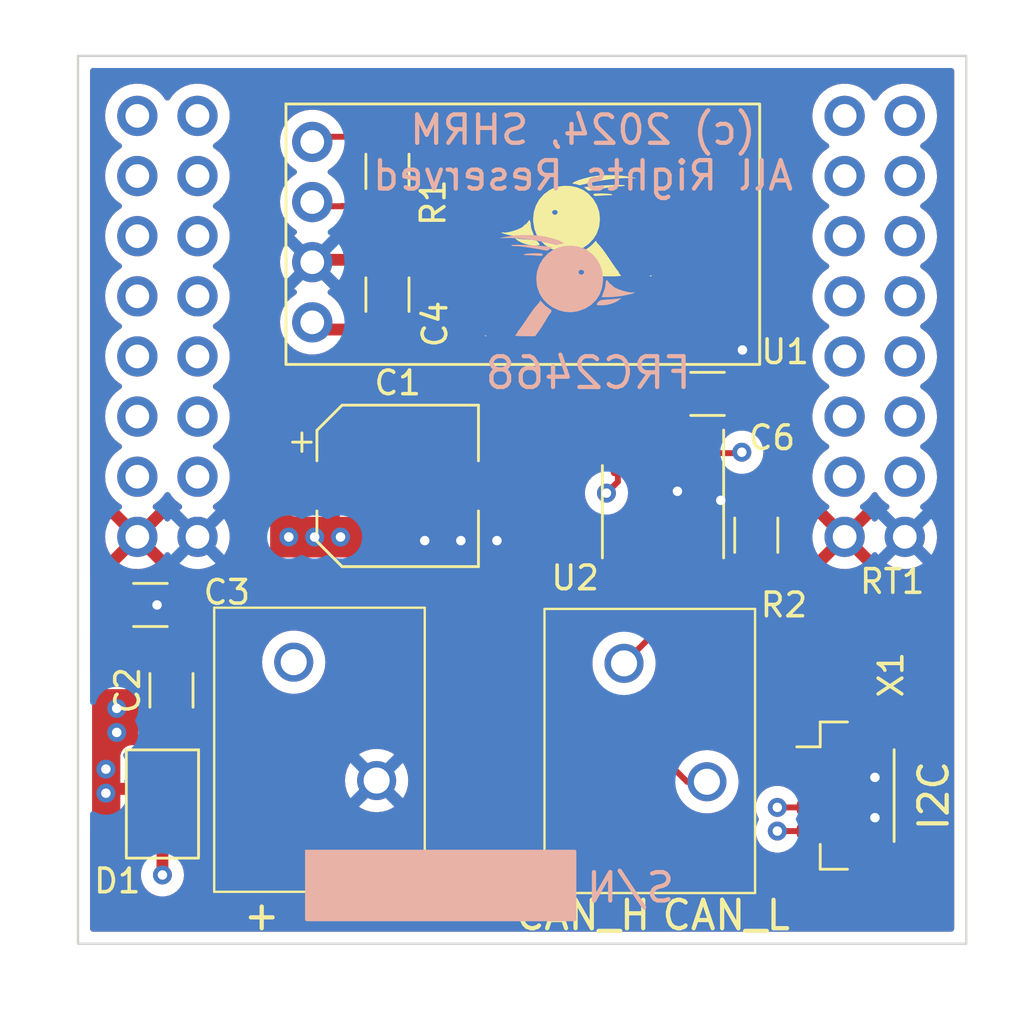
<source format=kicad_pcb>
(kicad_pcb (version 20211014) (generator pcbnew)
  (layers (0 "F.Cu" signal) (1 "In1.Cu" signal) (2 "In2.Cu" signal) (31 "B.Cu" signal) (34 "B.Paste" user) (35 "F.Paste" user) (36 "B.SilkS" user "B.Silkscreen") (37 "F.SilkS" user "F.Silkscreen") (38 "B.Mask" user) (39 "F.Mask" user) (44 "Edge.Cuts" user))
  (net 0 "")
  (net 1 "GND")
  (net 2 "+3.3V")
  (net 3 "/CAN_H")
  (net 4 "/CAN_L")
  (net 5 "Net-(R1-Pad2)")
  (net 6 "Net-(R2-Pad1)")
  (net 8 "/CAN_TX")
  (net 10 "/CAN_RX")
  (net 11 "/SCL")
  (net 12 "/SDA")
  (net 29 "+5V")
  (net 36 "+12V")
  (net 37 "+BATT")
  (footprint "Package_SO:SOIC-8_3.9x4.9mm_P1.27mm" (layer "F.Cu") (at 147.4978 98.933 -90)
    (fp_text reference "U2" (at 2.794 3.7084 180) (layer "F.SilkS"))
    (fp_text value "SN65HVD230" hide)
    (fp_line (start 0 2.56) (end -1.95 2.56) (layer "F.SilkS") (width 0.12))
    (fp_line (start 0 -2.56) (end 1.95 -2.56) (layer "F.SilkS") (width 0.12))
    (fp_line (start 0 -2.56) (end -3.45 -2.56) (layer "F.SilkS") (width 0.12))
    (fp_line (start 0 2.56) (end 1.95 2.56) (layer "F.SilkS") (width 0.12))
    (pad "1" smd roundrect (at -2.475 -1.905 270) (size 1.95 0.6) (layers "F.Cu" "F.Paste" "F.Mask") (net 8 "/CAN_TX"))
    (pad "2" smd roundrect (at -2.475 -0.635 270) (size 1.95 0.6) (layers "F.Cu" "F.Paste" "F.Mask") (net 1 "GND"))
    (pad "3" smd roundrect (at -2.475 0.635 270) (size 1.95 0.6) (layers "F.Cu" "F.Paste" "F.Mask") (net 2 "+3.3V"))
    (pad "4" smd roundrect (at -2.475 1.905 270) (size 1.95 0.6) (layers "F.Cu" "F.Paste" "F.Mask") (net 10 "/CAN_RX"))
    (pad "5" smd roundrect (at 2.475 1.905 270) (size 1.95 0.6) (layers "F.Cu" "F.Paste" "F.Mask"))
    (pad "6" smd roundrect (at 2.475 0.635 270) (size 1.95 0.6) (layers "F.Cu" "F.Paste" "F.Mask") (net 4 "/CAN_L"))
    (pad "7" smd roundrect (at 2.475 -0.635 270) (size 1.95 0.6) (layers "F.Cu" "F.Paste" "F.Mask") (net 3 "/CAN_H"))
    (pad "8" smd roundrect (at 2.475 -1.905 270) (size 1.95 0.6) (layers "F.Cu" "F.Paste" "F.Mask") (net 6 "Net-(R2-Pad1)"))
  )
  (footprint "Resistor_SMD:R_1206_3216Metric" (layer "F.Cu") (at 135.8646 84.5566 90)
    (fp_text reference "R1" (at -1.3208 1.9304 90) (layer "F.SilkS"))
    (fp_text value "5K" hide)
    (fp_line (start -0.727064 -0.91) (end 0.727064 -0.91) (layer "F.SilkS") (width 0.12))
    (fp_line (start -0.727064 0.91) (end 0.727064 0.91) (layer "F.SilkS") (width 0.12))
    (pad "1" smd roundrect (at -1.4625 0 90) (size 1.125 1.75) (layers "F.Cu" "F.Paste" "F.Mask") (roundrect_rratio 0.2222222222) (net 36 "+12V"))
    (pad "2" smd roundrect (at 1.4625 0 90) (size 1.125 1.75) (layers "F.Cu" "F.Paste" "F.Mask") (roundrect_rratio 0.2222222222) (net 5 "Net-(R1-Pad2)"))
  )
  (footprint "Capacitor_SMD:C_1206_3216Metric" (layer "F.Cu") (at 135.8646 89.7618 90)
    (fp_text reference "C4" (at -1.2464 2.0066 90) (layer "F.SilkS"))
    (fp_text value "10u" hide)
    (fp_line (start -0.711252 -0.91) (end 0.711252 -0.91) (layer "F.SilkS") (width 0.12))
    (fp_line (start -0.711252 0.91) (end 0.711252 0.91) (layer "F.SilkS") (width 0.12))
    (pad "1" smd roundrect (at -1.475 0 90) (size 1.15 1.8) (layers "F.Cu" "F.Paste" "F.Mask") (roundrect_rratio 0.2173913043) (net 29 "+5V"))
    (pad "2" smd roundrect (at 1.475 0 90) (size 1.15 1.8) (layers "F.Cu" "F.Paste" "F.Mask") (roundrect_rratio 0.2173913043) (net 1 "GND"))
  )
  (footprint "Capacitor_SMD:C_1206_3216Metric" (layer "F.Cu") (at 125.857 102.87)
    (fp_text reference "C3" (at 3.2258 -0.5334) (layer "F.SilkS"))
    (fp_text value "10u" hide)
    (fp_line (start -0.711252 -0.91) (end 0.711252 -0.91) (layer "F.SilkS") (width 0.12))
    (fp_line (start -0.711252 0.91) (end 0.711252 0.91) (layer "F.SilkS") (width 0.12))
    (pad "1" smd roundrect (at -1.475 0) (size 1.15 1.8) (layers "F.Cu" "F.Paste" "F.Mask") (roundrect_rratio 0.2173913043) (net 2 "+3.3V"))
    (pad "2" smd roundrect (at 1.475 0) (size 1.15 1.8) (layers "F.Cu" "F.Paste" "F.Mask") (roundrect_rratio 0.2173913043) (net 1 "GND"))
  )
  (footprint "Resistor_SMD:R_1206_3216Metric" (layer "F.Cu") (at 151.4348 99.9236 90)
    (fp_text reference "R2" (at -2.9464 1.1684 180) (layer "F.SilkS"))
    (fp_text value "10K" hide)
    (fp_line (start -0.727064 -0.91) (end 0.727064 -0.91) (layer "F.SilkS") (width 0.12))
    (fp_line (start -0.727064 0.91) (end 0.727064 0.91) (layer "F.SilkS") (width 0.12))
    (pad "1" smd roundrect (at -1.4625 0 90) (size 1.125 1.75) (layers "F.Cu" "F.Paste" "F.Mask") (roundrect_rratio 0.2222222222) (net 6 "Net-(R2-Pad1)"))
    (pad "2" smd roundrect (at 1.4625 0 90) (size 1.125 1.75) (layers "F.Cu" "F.Paste" "F.Mask") (roundrect_rratio 0.2222222222) (net 1 "GND"))
  )
  (footprint "Capacitor_SMD:C_1206_3216Metric" (layer "F.Cu") (at 126.746 106.4768 90)
    (fp_text reference "C2" (at 0 -1.85 90) (layer "F.SilkS"))
    (fp_text value "10u" hide)
    (fp_line (start -0.711252 -0.91) (end 0.711252 -0.91) (layer "F.SilkS") (width 0.12))
    (fp_line (start -0.711252 0.91) (end 0.711252 0.91) (layer "F.SilkS") (width 0.12))
    (pad "1" smd roundrect (at -1.475 0 90) (size 1.15 1.8) (layers "F.Cu" "F.Paste" "F.Mask") (roundrect_rratio 0.2173913043) (net 36 "+12V"))
    (pad "2" smd roundrect (at 1.475 0 90) (size 1.15 1.8) (layers "F.Cu" "F.Paste" "F.Mask") (roundrect_rratio 0.2173913043) (net 1 "GND"))
  )
  (footprint "Appreciate:RT1062" (layer "F.Cu") (at 141.5048 91.1028)
    (fp_text reference "RT1" (at 15.6704 10.7766 unlocked) (layer "F.SilkS"))
    (fp_text value "OPENMV_RT1602" hide)
    (pad "A1" thru_hole circle (at -16.2 -8.89) (size 1.7 1.7) (drill 1) (layers *.Cu *.Mask))
    (pad "A2" thru_hole circle (at -16.2 -6.35) (size 1.7 1.7) (drill 1) (layers *.Cu *.Mask) (net 8 "/CAN_TX"))
    (pad "A3" thru_hole circle (at -16.2 -3.81) (size 1.7 1.7) (drill 1) (layers *.Cu *.Mask))
    (pad "A4" thru_hole circle (at -16.2 -1.27) (size 1.7 1.7) (drill 1) (layers *.Cu *.Mask) (net 10 "/CAN_RX"))
    (pad "A5" thru_hole circle (at -16.2 1.27) (size 1.7 1.7) (drill 1) (layers *.Cu *.Mask) (net 11 "/SCL"))
    (pad "A6" thru_hole circle (at -16.2 3.81) (size 1.7 1.7) (drill 1) (layers *.Cu *.Mask) (net 12 "/SDA"))
    (pad "A7" thru_hole circle (at -16.2 6.35) (size 1.7 1.7) (drill 1) (layers *.Cu *.Mask))
    (pad "A8" thru_hole circle (at -16.2 8.89) (size 1.7 1.7) (drill 1) (layers *.Cu *.Mask) (net 2 "+3.3V"))
    (pad "B1" thru_hole circle (at -13.66 -8.89) (size 1.7 1.7) (drill 1) (layers *.Cu *.Mask))
    (pad "B2" thru_hole circle (at -13.66 -6.35) (size 1.7 1.7) (drill 1) (layers *.Cu *.Mask))
    (pad "B3" thru_hole circle (at -13.66 -3.81) (size 1.7 1.7) (drill 1) (layers *.Cu *.Mask))
    (pad "B4" thru_hole circle (at -13.66 -1.27) (size 1.7 1.7) (drill 1) (layers *.Cu *.Mask))
    (pad "B5" thru_hole circle (at -13.66 1.27) (size 1.7 1.7) (drill 1) (layers *.Cu *.Mask))
    (pad "B6" thru_hole circle (at -13.66 3.81) (size 1.7 1.7) (drill 1) (layers *.Cu *.Mask))
    (pad "B7" thru_hole circle (at -13.66 6.35) (size 1.7 1.7) (drill 1) (layers *.Cu *.Mask))
    (pad "B8" thru_hole circle (at -13.66 8.89) (size 1.7 1.7) (drill 1) (layers *.Cu *.Mask) (net 1 "GND"))
    (pad "C1" thru_hole circle (at 13.66 -8.89) (size 1.7 1.7) (drill 1) (layers *.Cu *.Mask))
    (pad "C2" thru_hole circle (at 13.66 -6.35) (size 1.7 1.7) (drill 1) (layers *.Cu *.Mask))
    (pad "C3" thru_hole circle (at 13.66 -3.81) (size 1.7 1.7) (drill 1) (layers *.Cu *.Mask))
    (pad "C4" thru_hole circle (at 13.66 -1.27) (size 1.7 1.7) (drill 1) (layers *.Cu *.Mask))
    (pad "C5" thru_hole circle (at 13.66 1.27) (size 1.7 1.7) (drill 1) (layers *.Cu *.Mask))
    (pad "C6" thru_hole circle (at 13.66 3.81) (size 1.7 1.7) (drill 1) (layers *.Cu *.Mask))
    (pad "C7" thru_hole circle (at 13.66 6.35) (size 1.7 1.7) (drill 1) (layers *.Cu *.Mask))
    (pad "C8" thru_hole circle (at 13.66 8.89) (size 1.7 1.7) (drill 1) (layers *.Cu *.Mask) (net 2 "+3.3V"))
    (pad "D1" thru_hole circle (at 16.2 -8.89) (size 1.7 1.7) (drill 1) (layers *.Cu *.Mask))
    (pad "D2" thru_hole circle (at 16.2 -6.35) (size 1.7 1.7) (drill 1) (layers *.Cu *.Mask))
    (pad "D3" thru_hole circle (at 16.2 -3.81) (size 1.7 1.7) (drill 1) (layers *.Cu *.Mask))
    (pad "D4" thru_hole circle (at 16.2 -1.27) (size 1.7 1.7) (drill 1) (layers *.Cu *.Mask))
    (pad "D5" thru_hole circle (at 16.2 1.27) (size 1.7 1.7) (drill 1) (layers *.Cu *.Mask))
    (pad "D6" thru_hole circle (at 16.2 3.81) (size 1.7 1.7) (drill 1) (layers *.Cu *.Mask))
    (pad "D7" thru_hole circle (at 16.2 6.35) (size 1.7 1.7) (drill 1) (layers *.Cu *.Mask) (net 29 "+5V"))
    (pad "D8" thru_hole circle (at 16.2 8.89) (size 1.7 1.7) (drill 1) (layers *.Cu *.Mask) (net 1 "GND"))
  )
  (footprint "Connector_JST:JST_SH_BM04B-SRSS-TB_1x04-1MP_P1.00mm_Vertical" (layer "F.Cu") (at 155.2448 110.9218 -90)
    (fp_text reference "X1" (at -5.1054 -1.8796 -90) (layer "F.SilkS"))
    (fp_text value "STEMMA_I2C_QT" hide)
    (fp_line (start -3.11 -0.04) (end -3.11 1.11) (layer "F.SilkS") (width 0.12))
    (fp_line (start 3.11 -0.04) (end 3.11 1.11) (layer "F.SilkS") (width 0.12))
    (fp_line (start -2.06 1.11) (end -2.06 2.1) (layer "F.SilkS") (width 0.12))
    (fp_line (start -1.94 -2.01) (end 1.94 -2.01) (layer "F.SilkS") (width 0.12))
    (fp_line (start -3.11 1.11) (end -2.06 1.11) (layer "F.SilkS") (width 0.12))
    (fp_line (start 3.11 1.11) (end 2.06 1.11) (layer "F.SilkS") (width 0.12))
    (pad "1" smd roundrect (at -1.5 1.325 270) (size 0.6 1.55) (layers "F.Cu" "F.Paste" "F.Mask") (net 1 "GND"))
    (pad "2" smd roundrect (at -0.5 1.325 270) (size 0.6 1.55) (layers "F.Cu" "F.Paste" "F.Mask") (net 2 "+3.3V"))
    (pad "3" smd roundrect (at 0.5 1.325 270) (size 0.6 1.55) (layers "F.Cu" "F.Paste" "F.Mask") (net 11 "/SCL"))
    (pad "4" smd roundrect (at 1.5 1.325 270) (size 0.6 1.55) (layers "F.Cu" "F.Paste" "F.Mask") (net 12 "/SDA"))
    (pad "MP" smd roundrect (at 2.8 -1.2 270) (size 1.2 1.8) (layers "F.Cu" "F.Paste" "F.Mask") (roundrect_rratio 0.2083333333) (net 1 "GND"))
    (pad "MP" smd roundrect (at -2.8 -1.2 270) (size 1.2 1.8) (layers "F.Cu" "F.Paste" "F.Mask") (roundrect_rratio 0.2083333333) (net 1 "GND"))
  )
  (footprint "Appreciate:250202" (layer "F.Cu") (at 135.4074 110.2868 180)
    (fp_text reference "J1" (at -3.2512 -3.8862) (layer "F.SilkS") (effects (font (size 1.27 1.27) (thickness 0.254))))
    (fp_text value "250-202" hide)
    (fp_line (start 6.858 -4.7) (end -2.032 -4.7) (layer "F.SilkS") (width 0.1))
    (fp_line (start 6.858 7.3) (end 6.858 -4.7) (layer "F.SilkS") (width 0.1))
    (fp_line (start -2.032 -4.7) (end -2.032 7.3) (layer "F.SilkS") (width 0.1))
    (fp_line (start -2.032 7.3) (end 6.858 7.3) (layer "F.SilkS") (width 0.1))
    (pad "1" thru_hole circle (at 3.5 5 180) (size 1.65 1.65) (drill 1.1) (layers *.Cu *.Mask) (net 37 "+BATT"))
    (pad "2" thru_hole circle (at 0 0 180) (size 1.65 1.65) (drill 1.1) (layers *.Cu *.Mask) (net 1 "GND"))
  )
  (footprint "LOGO" (layer "F.Cu") (at 143.7894 86.741)
    (fp_text reference "G***" hide)
    (fp_text value "LOGO" hide)
    (fp_poly (pts (xy 1.913529 -1.612956) (xy 2.027994 -1.608028) (xy 2.095237 -1.598176) (xy 2.10874 -1.585518) (xy 2.068515 -1.567943) (xy 1.985846 -1.556428) (xy 1.915173 -1.553808) (xy 1.783659 -1.547239) (xy 1.603859 -1.528767) (xy 1.389396 -1.500244) (xy 1.153894 -1.463519) (xy 0.910978 -1.420444) (xy 0.855456 -1.409827) (xy 0.721232 -1.384099) (xy 0.633459 -1.370926) (xy 0.576174 -1.371583) (xy 0.533419 -1.387349) (xy 0.489233 -1.419501) (xy 0.462668 -1.44126) (xy 0.370405 -1.516694) (xy 0.510234 -1.533172) (xy 0.715192 -1.554849) (xy 0.932945 -1.573567) (xy 1.154917 -1.589047) (xy 1.372535 -1.601006) (xy 1.577225 -1.609165) (xy 1.760414 -1.613242)) (layer "F.SilkS") (width 0) (fill solid))
    (fp_poly (pts (xy -2.457553 0.652201) (xy -2.387091 0.663295) (xy -2.270955 0.675428) (xy -2.126832 0.68694) (xy -2.009205 0.694266) (xy -1.853049 0.703776) (xy -1.746381 0.71433) (xy -1.675307 0.729251) (xy -1.625933 0.75186) (xy -1.584368 0.785478) (xy -1.570379 0.799171) (xy -1.520224 0.86201) (xy -1.502998 0.910599) (xy -1.505305 0.918085) (xy -1.54761 0.936206) (xy -1.634964 0.945402) (xy -1.74955 0.945105) (xy -1.87355 0.93475) (xy -1.902621 0.930722) (xy -2.078791 0.892148) (xy -2.246978 0.834097) (xy -2.385556 0.764848) (xy -2.442371 0.724087) (xy -2.552684 0.629352)) (layer "F.SilkS") (width 0) (fill solid))
    (fp_poly (pts (xy 1.173233 -1.252933) (xy 1.31073 -1.247596) (xy 1.431621 -1.238651) (xy 1.519947 -1.226466) (xy 1.558521 -1.212921) (xy 1.569023 -1.190641) (xy 1.538199 -1.178305) (xy 1.456856 -1.173453) (xy 1.409526 -1.173058) (xy 1.269146 -1.169573) (xy 1.109184 -1.160852) (xy 1.011253 -1.153033) (xy 0.880632 -1.145606) (xy 0.804317 -1.15397) (xy 0.778178 -1.171223) (xy 0.76954 -1.218598) (xy 0.776355 -1.230886) (xy 0.820691 -1.243641) (xy 0.912254 -1.251322) (xy 1.035088 -1.254298)) (layer "F.SilkS") (width 0) (fill solid))
    (fp_poly (pts (xy -0.174329 -1.565625) (xy 0.092865 -1.505977) (xy 0.338788 -1.400343) (xy 0.550834 -1.250438) (xy 0.560158 -1.241962) (xy 0.769832 -1.009562) (xy 0.92166 -0.753375) (xy 1.014415 -0.477375) (xy 1.046871 -0.185536) (xy 1.017802 0.118168) (xy 1.002047 0.190262) (xy 0.908848 0.447122) (xy 0.764851 0.676312) (xy 0.578424 0.872996) (xy 0.357936 1.032337) (xy 0.111758 1.149496) (xy -0.151741 1.219637) (xy -0.424193 1.237923) (xy -0.697227 1.199516) (xy -0.729338 1.19095) (xy -1.024576 1.07954) (xy -1.273816 0.925399) (xy -1.475151 0.73102) (xy -1.626672 0.498897) (xy -1.726471 0.231521) (xy -1.772638 -0.068613) (xy -1.77578 -0.176069) (xy -1.745777 -0.469817) (xy -1.742358 -0.480644) (xy -0.972056 -0.480644) (xy -0.965159 -0.416207) (xy -0.953516 -0.399037) (xy -0.893254 -0.356969) (xy -0.856179 -0.348814) (xy -0.790577 -0.371688) (xy -0.758842 -0.399037) (xy -0.737006 -0.463426) (xy -0.765568 -0.521108) (xy -0.832697 -0.553139) (xy -0.856179 -0.554931) (xy -0.931786 -0.533202) (xy -0.972056 -0.480644) (xy -1.742358 -0.480644) (xy -1.658908 -0.744942) (xy -1.519881 -0.993923) (xy -1.333405 -1.209237) (xy -1.104187 -1.383361) (xy -0.977475 -1.451471) (xy -0.722106 -1.54009) (xy -0.450188 -1.577569)) (layer "F.SilkS") (width 0) (fill solid))
    (fp_poly (pts (xy 1.627634 -2.02484) (xy 1.949354 -2.004754) (xy 2.228638 -1.968782) (xy 2.36816 -1.944348) (xy 2.482738 -1.922503) (xy 2.559029 -1.905904) (xy 2.583677 -1.898054) (xy 2.561392 -1.893352) (xy 2.490418 -1.893076) (xy 2.385332 -1.897221) (xy 2.368648 -1.898158) (xy 2.126491 -1.901289) (xy 1.840713 -1.886985) (xy 1.528084 -1.857171) (xy 1.205376 -1.813773) (xy 0.889361 -1.758717) (xy 0.602497 -1.695351) (xy 0.488544 -1.667613) (xy 0.386995 -1.644032) (xy 0.343833 -1.634676) (xy 0.264235 -1.615959) (xy 0.216991 -1.601841) (xy 0.155679 -1.603951) (xy 0.126842 -1.617076) (xy 0.059482 -1.640975) (xy -0.006056 -1.648453) (xy -0.085112 -1.656603) (xy -0.108825 -1.678049) (xy -0.083236 -1.710144) (xy -0.014384 -1.750238) (xy 0.09169 -1.795684) (xy 0.228945 -1.843833) (xy 0.391341 -1.892037) (xy 0.572838 -1.937646) (xy 0.729003 -1.970734) (xy 0.996295 -2.007858) (xy 1.302893 -2.025884)) (layer "F.SilkS") (width 0) (fill solid))
    (fp_poly (pts (xy 0.88727 0.753121) (xy 0.908075 0.804896) (xy 0.943384 0.850559) (xy 1.029779 0.944312) (xy 1.114021 1.044918) (xy 1.204288 1.163249) (xy 1.30876 1.310174) (xy 1.435617 1.496563) (xy 1.484506 1.569663) (xy 1.58425 1.717382) (xy 1.673212 1.845563) (xy 1.744981 1.945253) (xy 1.793145 2.007493) (xy 1.809833 2.024178) (xy 1.83729 2.060575) (xy 1.839201 2.075789) (xy 1.861461 2.12897) (xy 1.886767 2.156305) (xy 1.92663 2.20208) (xy 1.934333 2.223608) (xy 1.90457 2.233803) (xy 1.823057 2.242178) (xy 1.701453 2.247988) (xy 1.551418 2.250484) (xy 1.51417 2.250512) (xy 1.094008 2.249587) (xy 0.951311 2.054533) (xy 0.880561 1.956296) (xy 0.824738 1.875959) (xy 0.794465 1.828861) (xy 0.792759 1.825557) (xy 0.767178 1.780665) (xy 0.719805 1.704357) (xy 0.689701 1.657497) (xy 0.639685 1.577327) (xy 0.608141 1.520543) (xy 0.602497 1.505589) (xy 0.585915 1.471465) (xy 0.546065 1.408532) (xy 0.497788 1.338676) (xy 0.455929 1.283778) (xy 0.441632 1.268415) (xy 0.416051 1.227929) (xy 0.403751 1.19905) (xy 0.407925 1.154888) (xy 0.458598 1.105243) (xy 0.522017 1.06468) (xy 0.6266 0.989783) (xy 0.732759 0.89313) (xy 0.773323 0.848651) (xy 0.834204 0.782378) (xy 0.875588 0.749448)) (layer "F.SilkS") (width 0) (fill solid))
    (fp_poly (pts (xy -1.906157 -0.098666) (xy -1.885249 -0.028186) (xy -1.87277 0.063709) (xy -1.871344 0.101983) (xy -1.858463 0.192614) (xy -1.828031 0.290934) (xy -1.827487 0.292245) (xy -1.785926 0.399236) (xy -1.750966 0.499438) (xy -1.717868 0.602497) (xy -2.008434 0.598086) (xy -2.176494 0.591105) (xy -2.356311 0.576657) (xy -2.513431 0.557623) (xy -2.536829 0.553901) (xy -2.729325 0.518702) (xy -2.890939 0.483219) (xy -3.013264 0.449697) (xy -3.087896 0.420384) (xy -3.107615 0.401338) (xy -3.084404 0.386211) (xy -3.062099 0.391205) (xy -2.979933 0.40082) (xy -2.859948 0.387959) (xy -2.716752 0.357283) (xy -2.564952 0.31345) (xy -2.419157 0.26112) (xy -2.293974 0.204953) (xy -2.204013 0.149606) (xy -2.165572 0.105254) (xy -2.129058 0.066853) (xy -2.113274 0.06333) (xy -2.073096 0.039155) (xy -2.021648 -0.02008) (xy -2.013608 -0.03171) (xy -1.966747 -0.09437) (xy -1.933387 -0.125873) (xy -1.930102 -0.12675)) (layer "F.SilkS") (width 0) (fill solid))
    (fp_poly (pts (xy 3.234457 2.220721) (xy 3.208758 2.247976) (xy 3.186892 2.251436) (xy 3.144584 2.244651) (xy 3.139326 2.238973) (xy 3.164122 2.218526) (xy 3.186892 2.208258) (xy 3.227724 2.207599)) (layer "F.SilkS") (width 0) (fill solid))
  )
  (footprint "Capacitor_SMD:CP_Elec_6.3x7.7" (layer "F.Cu") (at 136.2964 97.8408)
    (fp_text reference "C1" (at 0 -4.35) (layer "F.SilkS"))
    (fp_text value "220u")
    (fp_line (start -3.41 2.345563) (end -3.41 1.06) (layer "F.SilkS") (width 0.12))
    (fp_line (start -2.345563 3.41) (end 3.41 3.41) (layer "F.SilkS") (width 0.12))
    (fp_line (start -4.4375 -1.8475) (end -3.65 -1.8475) (layer "F.SilkS") (width 0.12))
    (fp_line (start -3.41 -2.345563) (end -2.345563 -3.41) (layer "F.SilkS") (width 0.12))
    (fp_line (start 3.41 -3.41) (end 3.41 -1.06) (layer "F.SilkS") (width 0.12))
    (fp_line (start -4.04375 -2.24125) (end -4.04375 -1.45375) (layer "F.SilkS") (width 0.12))
    (fp_line (start -3.41 -2.345563) (end -3.41 -1.06) (layer "F.SilkS") (width 0.12))
    (fp_line (start -2.345563 -3.41) (end 3.41 -3.41) (layer "F.SilkS") (width 0.12))
    (fp_line (start -3.41 2.345563) (end -2.345563 3.41) (layer "F.SilkS") (width 0.12))
    (fp_line (start 3.41 3.41) (end 3.41 1.06) (layer "F.SilkS") (width 0.12))
    (pad "1" smd roundrect (at -2.7 0) (size 3.5 1.6) (layers "F.Cu" "F.Paste" "F.Mask") (roundrect_rratio 0.15625) (net 36 "+12V"))
    (pad "2" smd roundrect (at 2.7 0) (size 3.5 1.6) (layers "F.Cu" "F.Paste" "F.Mask") (roundrect_rratio 0.15625) (net 1 "GND"))
  )
  (footprint "Appreciate:250202" (layer "F.Cu") (at 149.352 110.3376 180)
    (fp_text reference "J3" (at 8.128 -3.8354) (layer "F.SilkS") (effects (font (size 1.27 1.27) (thickness 0.254))))
    (fp_text value "250-202" hide)
    (fp_line (start 6.858 7.3) (end 6.858 -4.7) (layer "F.SilkS") (width 0.1))
    (fp_line (start -2.032 -4.7) (end -2.032 7.3) (layer "F.SilkS") (width 0.1))
    (fp_line (start 6.858 -4.7) (end -2.032 -4.7) (layer "F.SilkS") (width 0.1))
    (fp_line (start -2.032 7.3) (end 6.858 7.3) (layer "F.SilkS") (width 0.1))
    (pad "1" thru_hole circle (at 3.5 5 180) (size 1.65 1.65) (drill 1.1) (layers *.Cu *.Mask) (net 3 "/CAN_H"))
    (pad "2" thru_hole circle (at 0 0 180) (size 1.65 1.65) (drill 1.1) (layers *.Cu *.Mask) (net 4 "/CAN_L"))
  )
  (footprint "Capacitor_SMD:C_1206_3216Metric" (layer "F.Cu") (at 149.3774 93.9546)
    (fp_text reference "C6" (at 2.7178 1.8542) (layer "F.SilkS"))
    (fp_text value "0.1U" hide)
    (fp_line (start -0.711252 0.91) (end 0.711252 0.91) (layer "F.SilkS") (width 0.12))
    (fp_line (start -0.711252 -0.91) (end 0.711252 -0.91) (layer "F.SilkS") (width 0.12))
    (pad "1" smd roundrect (at -1.475 0) (size 1.15 1.8) (layers "F.Cu" "F.Paste" "F.Mask") (roundrect_rratio 0.2173913043) (net 2 "+3.3V"))
    (pad "2" smd roundrect (at 1.475 0) (size 1.15 1.8) (layers "F.Cu" "F.Paste" "F.Mask") (roundrect_rratio 0.2173913043) (net 1 "GND"))
  )
  (footprint "Appreciate:Weewooday-820" (layer "F.Cu") (at 137.7696 87.122)
    (fp_text reference "U1" (at 14.8844 5.0546 unlocked) (layer "F.SilkS"))
    (fp_text value "Weewooday-820" hide)
    (fp_rect (start -6.19 -5.412) (end 13.81 5.588) (layer "F.SilkS") (width 0.12) (fill none))
    (pad "1" thru_hole circle (at -5.08 -3.81) (size 1.7 1.7) (drill 1) (layers *.Cu *.Mask) (net 5 "Net-(R1-Pad2)"))
    (pad "2" thru_hole circle (at -5.08 -1.27) (size 1.7 1.7) (drill 1) (layers *.Cu *.Mask) (net 36 "+12V"))
    (pad "3" thru_hole circle (at -5.08 1.27) (size 1.7 1.7) (drill 1) (layers *.Cu *.Mask) (net 1 "GND"))
    (pad "4" thru_hole circle (at -5.08 3.81) (size 1.7 1.7) (drill 1) (layers *.Cu *.Mask) (net 29 "+5V"))
  )
  (footprint "Appreciate:DO-216" (layer "F.Cu") (at 126.365 112.2934 -90)
    (fp_text reference "D1" (at 2.2352 1.905 unlocked) (layer "F.SilkS"))
    (fp_text value "UPR20e3" hide)
    (fp_rect (start -3.302 -1.524) (end 1.27 1.524) (layer "F.SilkS") (width 0.12) (fill none))
    (pad "1" smd rect (at -1.655 0 270) (size 2.67 2.54) (layers "F.Cu" "F.Paste" "F.Mask") (net 36 "+12V"))
    (pad "2" smd rect (at 0.7 0 270) (size 0.76 1.27) (layers "F.Cu" "F.Paste" "F.Mask") (net 37 "+BATT"))
  )
  (footprint "LOGO" (layer "B.Cu") (at 143.192421 89.269824 180)
    (fp_text reference "G***" hide)
    (fp_text value "LOGO" hide)
    (fp_poly (pts (xy -2.457553 -0.652201) (xy -2.387091 -0.663295) (xy -2.270955 -0.675428) (xy -2.126832 -0.68694) (xy -2.009205 -0.694266) (xy -1.853049 -0.703776) (xy -1.746381 -0.71433) (xy -1.675307 -0.729251) (xy -1.625933 -0.75186) (xy -1.584368 -0.785478) (xy -1.570379 -0.799171) (xy -1.520224 -0.86201) (xy -1.502998 -0.910599) (xy -1.505305 -0.918085) (xy -1.54761 -0.936206) (xy -1.634964 -0.945402) (xy -1.74955 -0.945105) (xy -1.87355 -0.93475) (xy -1.902621 -0.930722) (xy -2.078791 -0.892148) (xy -2.246978 -0.834097) (xy -2.385556 -0.764848) (xy -2.442371 -0.724087) (xy -2.552684 -0.629352)) (layer "B.SilkS") (width 0) (fill solid))
    (fp_poly (pts (xy 3.234457 -2.220721) (xy 3.208758 -2.247976) (xy 3.186892 -2.251436) (xy 3.144584 -2.244651) (xy 3.139326 -2.238973) (xy 3.164122 -2.218526) (xy 3.186892 -2.208258) (xy 3.227724 -2.207599)) (layer "B.SilkS") (width 0) (fill solid))
    (fp_poly (pts (xy 0.88727 -0.753121) (xy 0.908075 -0.804896) (xy 0.943384 -0.850559) (xy 1.029779 -0.944312) (xy 1.114021 -1.044918) (xy 1.204288 -1.163249) (xy 1.30876 -1.310174) (xy 1.435617 -1.496563) (xy 1.484506 -1.569663) (xy 1.58425 -1.717382) (xy 1.673212 -1.845563) (xy 1.744981 -1.945253) (xy 1.793145 -2.007493) (xy 1.809833 -2.024178) (xy 1.83729 -2.060575) (xy 1.839201 -2.075789) (xy 1.861461 -2.12897) (xy 1.886767 -2.156305) (xy 1.92663 -2.20208) (xy 1.934333 -2.223608) (xy 1.90457 -2.233803) (xy 1.823057 -2.242178) (xy 1.701453 -2.247988) (xy 1.551418 -2.250484) (xy 1.51417 -2.250512) (xy 1.094008 -2.249587) (xy 0.951311 -2.054533) (xy 0.880561 -1.956296) (xy 0.824738 -1.875959) (xy 0.794465 -1.828861) (xy 0.792759 -1.825557) (xy 0.767178 -1.780665) (xy 0.719805 -1.704357) (xy 0.689701 -1.657497) (xy 0.639685 -1.577327) (xy 0.608141 -1.520543) (xy 0.602497 -1.505589) (xy 0.585915 -1.471465) (xy 0.546065 -1.408532) (xy 0.497788 -1.338676) (xy 0.455929 -1.283778) (xy 0.441632 -1.268415) (xy 0.416051 -1.227929) (xy 0.403751 -1.19905) (xy 0.407925 -1.154888) (xy 0.458598 -1.105243) (xy 0.522017 -1.06468) (xy 0.6266 -0.989783) (xy 0.732759 -0.89313) (xy 0.773323 -0.848651) (xy 0.834204 -0.782378) (xy 0.875588 -0.749448)) (layer "B.SilkS") (width 0) (fill solid))
    (fp_poly (pts (xy 1.627634 2.02484) (xy 1.949354 2.004754) (xy 2.228638 1.968782) (xy 2.36816 1.944348) (xy 2.482738 1.922503) (xy 2.559029 1.905904) (xy 2.583677 1.898054) (xy 2.561392 1.893352) (xy 2.490418 1.893076) (xy 2.385332 1.897221) (xy 2.368648 1.898158) (xy 2.126491 1.901289) (xy 1.840713 1.886985) (xy 1.528084 1.857171) (xy 1.205376 1.813773) (xy 0.889361 1.758717) (xy 0.602497 1.695351) (xy 0.488544 1.667613) (xy 0.386995 1.644032) (xy 0.343833 1.634676) (xy 0.264235 1.615959) (xy 0.216991 1.601841) (xy 0.155679 1.603951) (xy 0.126842 1.617076) (xy 0.059482 1.640975) (xy -0.006056 1.648453) (xy -0.085112 1.656603) (xy -0.108825 1.678049) (xy -0.083236 1.710144) (xy -0.014384 1.750238) (xy 0.09169 1.795684) (xy 0.228945 1.843833) (xy 0.391341 1.892037) (xy 0.572838 1.937646) (xy 0.729003 1.970734) (xy 0.996295 2.007858) (xy 1.302893 2.025884)) (layer "B.SilkS") (width 0) (fill solid))
    (fp_poly (pts (xy 1.173233 1.252933) (xy 1.31073 1.247596) (xy 1.431621 1.238651) (xy 1.519947 1.226466) (xy 1.558521 1.212921) (xy 1.569023 1.190641) (xy 1.538199 1.178305) (xy 1.456856 1.173453) (xy 1.409526 1.173058) (xy 1.269146 1.169573) (xy 1.109184 1.160852) (xy 1.011253 1.153033) (xy 0.880632 1.145606) (xy 0.804317 1.15397) (xy 0.778178 1.171223) (xy 0.76954 1.218598) (xy 0.776355 1.230886) (xy 0.820691 1.243641) (xy 0.912254 1.251322) (xy 1.035088 1.254298)) (layer "B.SilkS") (width 0) (fill solid))
    (fp_poly (pts (xy 1.913529 1.612956) (xy 2.027994 1.608028) (xy 2.095237 1.598176) (xy 2.10874 1.585518) (xy 2.068515 1.567943) (xy 1.985846 1.556428) (xy 1.915173 1.553808) (xy 1.783659 1.547239) (xy 1.603859 1.528767) (xy 1.389396 1.500244) (xy 1.153894 1.463519) (xy 0.910978 1.420444) (xy 0.855456 1.409827) (xy 0.721232 1.384099) (xy 0.633459 1.370926) (xy 0.576174 1.371583) (xy 0.533419 1.387349) (xy 0.489233 1.419501) (xy 0.462668 1.44126) (xy 0.370405 1.516694) (xy 0.510234 1.533172) (xy 0.715192 1.554849) (xy 0.932945 1.573567) (xy 1.154917 1.589047) (xy 1.372535 1.601006) (xy 1.577225 1.609165) (xy 1.760414 1.613242)) (layer "B.SilkS") (width 0) (fill solid))
    (fp_poly (pts (xy -1.906157 0.098666) (xy -1.885249 0.028186) (xy -1.87277 -0.063709) (xy -1.871344 -0.101983) (xy -1.858463 -0.192614) (xy -1.828031 -0.290934) (xy -1.827487 -0.292245) (xy -1.785926 -0.399236) (xy -1.750966 -0.499438) (xy -1.717868 -0.602497) (xy -2.008434 -0.598086) (xy -2.176494 -0.591105) (xy -2.356311 -0.576657) (xy -2.513431 -0.557623) (xy -2.536829 -0.553901) (xy -2.729325 -0.518702) (xy -2.890939 -0.483219) (xy -3.013264 -0.449697) (xy -3.087896 -0.420384) (xy -3.107615 -0.401338) (xy -3.084404 -0.386211) (xy -3.062099 -0.391205) (xy -2.979933 -0.40082) (xy -2.859948 -0.387959) (xy -2.716752 -0.357283) (xy -2.564952 -0.31345) (xy -2.419157 -0.26112) (xy -2.293974 -0.204953) (xy -2.204013 -0.149606) (xy -2.165572 -0.105254) (xy -2.129058 -0.066853) (xy -2.113274 -0.06333) (xy -2.073096 -0.039155) (xy -2.021648 0.02008) (xy -2.013608 0.03171) (xy -1.966747 0.09437) (xy -1.933387 0.125873) (xy -1.930102 0.12675)) (layer "B.SilkS") (width 0) (fill solid))
    (fp_poly (pts (xy -0.174329 1.565625) (xy 0.092865 1.505977) (xy 0.338788 1.400343) (xy 0.550834 1.250438) (xy 0.560158 1.241962) (xy 0.769832 1.009562) (xy 0.92166 0.753375) (xy 1.014415 0.477375) (xy 1.046871 0.185536) (xy 1.017802 -0.118168) (xy 1.002047 -0.190262) (xy 0.908848 -0.447122) (xy 0.764851 -0.676312) (xy 0.578424 -0.872996) (xy 0.357936 -1.032337) (xy 0.111758 -1.149496) (xy -0.151741 -1.219637) (xy -0.424193 -1.237923) (xy -0.697227 -1.199516) (xy -0.729338 -1.19095) (xy -1.024576 -1.07954) (xy -1.273816 -0.925399) (xy -1.475151 -0.73102) (xy -1.626672 -0.498897) (xy -1.726471 -0.231521) (xy -1.772638 0.068613) (xy -1.77578 0.176069) (xy -1.745777 0.469817) (xy -1.742358 0.480644) (xy -0.972056 0.480644) (xy -0.965159 0.416207) (xy -0.953516 0.399037) (xy -0.893254 0.356969) (xy -0.856179 0.348814) (xy -0.790577 0.371688) (xy -0.758842 0.399037) (xy -0.737006 0.463426) (xy -0.765568 0.521108) (xy -0.832697 0.553139) (xy -0.856179 0.554931) (xy -0.931786 0.533202) (xy -0.972056 0.480644) (xy -1.742358 0.480644) (xy -1.658908 0.744942) (xy -1.519881 0.993923) (xy -1.333405 1.209237) (xy -1.104187 1.383361) (xy -0.977475 1.451471) (xy -0.722106 1.54009) (xy -0.450188 1.577569)) (layer "B.SilkS") (width 0) (fill solid))
  )
  (gr_rect (start 143.764 116.1542) (end 132.461 113.284) (layer "B.SilkS") (width 0.15) (fill solid))
  (gr_rect (start 122.7994 79.6798) (end 160.2994 117.1798) (layer "Edge.Cuts") (width 0.1) (fill none))
  (gr_text "FRC2468" (at 148.792421 93.069824) (layer "B.SilkS") (effects (font (size 1.3 1.3) (thickness 0.18)) (justify left mirror)))
  (gr_text "(c) 2024, SHRM\nAll Rights Reserved" (at 144.1196 83.7692) (layer "B.SilkS") (effects (font (size 1.2 1.2) (thickness 0.18)) (justify mirror)))
  (gr_text "S/N" (at 146.1262 114.808) (layer "B.SilkS") (effects (font (size 1.2 1.2) (thickness 0.18)) (justify mirror)))
  (gr_text "+" (at 130.556 115.9764) (layer "F.SilkS") (effects (font (size 1.2 1.2) (thickness 0.18))))
  (gr_text "CAN_H" (at 144.1196 115.9764) (layer "F.SilkS") (effects (font (size 1.2 1.2) (thickness 0.18))))
  (gr_text "-" (at 135.0264 115.9764) (layer "F.SilkS") (effects (font (size 1.2 1.2) (thickness 0.18))))
  (gr_text "I2C" (at 158.9278 110.9218 90) (layer "F.SilkS") (effects (font (size 1.2 1.2) (thickness 0.18))))
  (gr_text "CAN_L" (at 150.1648 115.9764) (layer "F.SilkS") (effects (font (size 1.2 1.2) (thickness 0.18))))
  (segment (start 148.1328 98.044) (end 148.1074 98.0694) (width 0.25) (layer "F.Cu") (net 1))
  (segment (start 127.332 102.87) (end 126.1364 102.87) (width 0.5) (layer "F.Cu") (net 1))
  (segment (start 132.7912 88.2904) (end 135.861 88.2904) (width 0.5) (layer "F.Cu") (net 1))
  (segment (start 148.1328 96.458) (end 148.1328 98.044) (width 0.25) (layer "F.Cu") (net 1))
  (segment (start 153.9198 109.4218) (end 156.4118 109.4218) (width 0.35) (layer "F.Cu") (net 1))
  (segment (start 150.8524 93.9546) (end 150.8524 92.1022) (width 0.25) (layer "F.Cu") (net 1))
  (segment (start 156.4118 109.4218) (end 156.4448 109.4548) (width 0.25) (layer "F.Cu") (net 1))
  (segment (start 156.4448 110.1536) (end 156.4448 111.8554) (width 0.35) (layer "F.Cu") (net 1))
  (segment (start 126.1364 102.87) (end 126.1364 103.9114) (width 0.5) (layer "F.Cu") (net 1))
  (segment (start 135.861 88.2904) (end 135.8646 88.2868) (width 0.25) (layer "F.Cu") (net 1))
  (segment (start 156.4448 111.8554) (end 156.4448 113.7218) (width 0.35) (layer "F.Cu") (net 1))
  (segment (start 132.6896 88.392) (end 132.7912 88.2904) (width 0.5) (layer "F.Cu") (net 1))
  (segment (start 126.1364 103.9114) (end 126.746 104.521) (width 0.5) (layer "F.Cu") (net 1))
  (segment (start 126.746 104.521) (end 126.746 105.0018) (width 0.5) (layer "F.Cu") (net 1))
  (segment (start 150.8524 92.1022) (end 150.8506 92.1004) (width 0.25) (layer "F.Cu") (net 1))
  (segment (start 149.9469 98.4611) (end 151.4348 98.4611) (width 0.25) (layer "F.Cu") (net 1))
  (segment (start 156.4448 109.4548) (end 156.4448 110.1536) (width 0.35) (layer "F.Cu") (net 1))
  (segment (start 156.4448 108.1218) (end 156.4448 109.4548) (width 0.35) (layer "F.Cu") (net 1))
  (segment (start 149.9362 98.4504) (end 149.9469 98.4611) (width 0.25) (layer "F.Cu") (net 1))
  (via (at 137.4394 100.1522) (size 0.8) (drill 0.4) (layers "F.Cu" "B.Cu") (net 1))
  (via (at 150.8506 92.1004) (size 0.8) (drill 0.4) (layers "F.Cu" "B.Cu") (net 1))
  (via (at 138.9634 100.1522) (size 0.8) (drill 0.4) (layers "F.Cu" "B.Cu") (net 1))
  (via (at 126.1364 102.87) (size 0.8) (drill 0.4) (layers "F.Cu" "B.Cu") (net 1))
  (via (at 156.4448 111.8554) (size 0.8) (drill 0.4) (layers "F.Cu" "B.Cu") (net 1))
  (via (at 140.4874 100.1522) (size 0.8) (drill 0.4) (layers "F.Cu" "B.Cu") (net 1))
  (via (at 156.4448 110.1536) (size 0.8) (drill 0.4) (layers "F.Cu" "B.Cu") (net 1))
  (via (at 149.9362 98.4504) (size 0.8) (drill 0.4) (layers "F.Cu" "B.Cu") (net 1))
  (via (at 148.1074 98.0694) (size 0.8) (drill 0.4) (layers "F.Cu" "B.Cu") (net 1))
  (segment (start 148.1328 101.408) (end 148.1328 103.0568) (width 0.25) (layer "F.Cu") (net 3))
  (segment (start 148.1328 103.0568) (end 145.852 105.3376) (width 0.25) (layer "F.Cu") (net 3))
  (segment (start 146.8628 103.0732) (end 146.3802 103.5558) (width 0.25) (layer "F.Cu") (net 4))
  (segment (start 148.5138 110.3376) (end 149.352 110.3376) (width 0.25) (layer "F.Cu") (net 4))
  (segment (start 144.399 106.2228) (end 148.5138 110.3376) (width 0.25) (layer "F.Cu") (net 4))
  (segment (start 145.3642 103.5558) (end 144.399 104.521) (width 0.25) (layer "F.Cu") (net 4))
  (segment (start 146.3802 103.5558) (end 145.3642 103.5558) (width 0.25) (layer "F.Cu") (net 4))
  (segment (start 146.8628 101.408) (end 146.8628 103.0732) (width 0.25) (layer "F.Cu") (net 4))
  (segment (start 144.399 104.521) (end 144.399 106.2228) (width 0.25) (layer "F.Cu") (net 4))
  (segment (start 132.9075 83.0941) (end 132.6896 83.312) (width 0.25) (layer "F.Cu") (net 5))
  (segment (start 135.8646 83.0941) (end 132.9075 83.0941) (width 0.25) (layer "F.Cu") (net 5))
  (segment (start 149.4028 101.408) (end 151.4129 101.408) (width 0.25) (layer "F.Cu") (net 6))
  (segment (start 151.4129 101.408) (end 151.4348 101.3861) (width 0.25) (layer "F.Cu") (net 6))
  (segment (start 150.7856 96.458) (end 150.8252 96.4184) (width 0.25) (layer "F.Cu") (net 8))
  (segment (start 149.4028 96.458) (end 150.7856 96.458) (width 0.25) (layer "F.Cu") (net 8))
  (via (at 150.8252 96.4184) (size 0.8) (drill 0.4) (layers "F.Cu" "B.Cu") (net 8))
  (segment (start 145.5928 97.663) (end 145.5928 96.458) (width 0.25) (layer "F.Cu") (net 10))
  (segment (start 145.1102 98.1456) (end 145.5928 97.663) (width 0.25) (layer "F.Cu") (net 10))
  (via (at 145.1102 98.1456) (size 0.8) (drill 0.4) (layers "F.Cu" "B.Cu") (net 10))
  (segment (start 153.9198 111.4218) (end 152.324703 111.4218) (width 0.25) (layer "F.Cu") (net 11))
  (segment (start 152.324703 111.4218) (end 152.3238 111.420897) (width 0.25) (layer "F.Cu") (net 11))
  (via (at 152.3238 111.420897) (size 0.8) (drill 0.4) (layers "F.Cu" "B.Cu") (net 11))
  (segment (start 153.9198 112.4218) (end 152.3252 112.4218) (width 0.25) (layer "F.Cu") (net 12))
  (segment (start 152.3252 112.4218) (end 152.3238 112.4204) (width 0.25) (layer "F.Cu") (net 12))
  (via (at 152.3238 112.4204) (size 0.8) (drill 0.4) (layers "F.Cu" "B.Cu") (net 12))
  (segment (start 132.9944 91.2368) (end 132.6896 90.932) (width 0.5) (layer "F.Cu") (net 29))
  (segment (start 135.8646 91.2368) (end 132.9944 91.2368) (width 0.5) (layer "F.Cu") (net 29))
  (segment (start 126.365 110.6384) (end 126.365 110.236) (width 0.5) (layer "F.Cu") (net 36))
  (segment (start 126.746 109.855) (end 126.746 107.9518) (width 0.5) (layer "F.Cu") (net 36))
  (segment (start 126.365 110.236) (end 126.746 109.855) (width 0.5) (layer "F.Cu") (net 36))
  (segment (start 133.9449 86.0191) (end 133.9342 86.0298) (width 0.25) (layer "F.Cu") (net 36))
  (segment (start 135.8646 86.0191) (end 133.9449 86.0191) (width 0.25) (layer "F.Cu") (net 36))
  (segment (start 132.8674 86.0298) (end 132.6896 85.852) (width 0.25) (layer "F.Cu") (net 36))
  (segment (start 133.9342 86.0298) (end 132.8674 86.0298) (width 0.25) (layer "F.Cu") (net 36))
  (via (at 123.9774 110.8202) (size 0.8) (drill 0.4) (layers "F.Cu" "B.Cu") (net 36))
  (via (at 124.4346 107.2388) (size 0.8) (drill 0.4) (layers "F.Cu" "B.Cu") (net 36))
  (via (at 133.8834 99.9998) (size 0.8) (drill 0.4) (layers "F.Cu" "B.Cu") (net 36))
  (via (at 132.7912 99.9998) (size 0.8) (drill 0.4) (layers "F.Cu" "B.Cu") (net 36))
  (via (at 123.9774 109.8042) (size 0.8) (drill 0.4) (layers "F.Cu" "B.Cu") (net 36))
  (via (at 124.4346 108.2548) (size 0.8) (drill 0.4) (layers "F.Cu" "B.Cu") (net 36))
  (via (at 131.699 99.9998) (size 0.8) (drill 0.4) (layers "F.Cu" "B.Cu") (net 36))
  (segment (start 126.365 112.9934) (end 126.365 114.2746) (width 0.5) (layer "F.Cu") (net 37))
  (via (at 126.365 114.2746) (size 0.8) (drill 0.4) (layers "F.Cu" "B.Cu") (net 37))
  (zone (net 1) (net_name "GND") (layer "F.Cu") (priority 2) (connect_pads (clearance 0.508)) (min_thickness 0.254) (fill yes (thermal_gap 0.508) (thermal_bridge_width 0.508))
    (polygon (pts (xy 142.1638 100.8888) (xy 136.5504 100.8888) (xy 136.5504 95.9358) (xy 142.1638 95.9358)))
  )
  (zone (net 36) (net_name "+12V") (layer "F.Cu") (priority 2) (connect_pads (clearance 0.508)) (min_thickness 0.254) (fill yes (thermal_gap 0.508) (thermal_bridge_width 0.508))
    (polygon (pts (xy 136.0424 100.8634) (xy 130.9116 100.8634) (xy 130.9116 95.9104) (xy 136.0424 95.9104)))
  )
  (zone (net 36) (net_name "+12V") (layer "F.Cu") (priority 2) (connect_pads (clearance 0.508)) (min_thickness 0.254) (fill yes (thermal_gap 0.508) (thermal_bridge_width 0.508))
    (polygon (pts (xy 128.016 111.7854) (xy 123.3932 111.7854) (xy 123.3932 106.426) (xy 128.016 106.426)))
  )
  (zone (net 2) (net_name "+3.3V") (layer "F.Cu") (connect_pads (clearance 0.508)) (min_thickness 0.254) (fill yes (thermal_gap 0.508) (thermal_bridge_width 0.508))
    (polygon (pts (xy 162.7124 119.2784) (xy 120.396 119.2784) (xy 120.396 77.3176) (xy 162.7124 77.3176)))
  )
  (zone (net 1) (net_name "GND") (layer "B.Cu") (connect_pads (clearance 0.508)) (min_thickness 0.254) (fill yes (thermal_gap 0.508) (thermal_bridge_width 0.508))
    (polygon (pts (xy 162.7378 119.2784) (xy 120.4214 119.2784) (xy 120.4214 77.3176) (xy 162.7378 77.3176)))
  )
)
</source>
